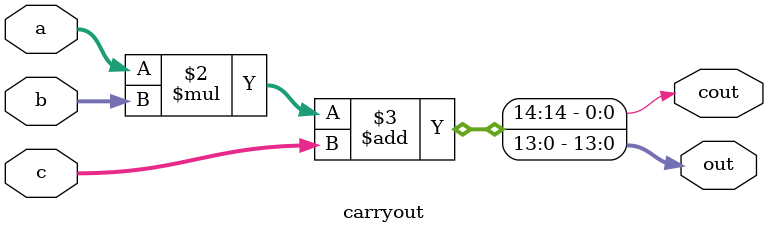
<source format=v>
/*
ISC License

Copyright (C) 2024 Microchip Technology Inc. and its subsidiaries

Permission to use, copy, modify, and/or distribute this software for any
purpose with or without fee is hereby granted, provided that the above
copyright notice and this permission notice appear in all copies.

THE SOFTWARE IS PROVIDED "AS IS" AND THE AUTHOR DISCLAIMS ALL WARRANTIES
WITH REGARD TO THIS SOFTWARE INCLUDING ALL IMPLIED WARRANTIES OF
MERCHANTABILITY AND FITNESS. IN NO EVENT SHALL THE AUTHOR BE LIABLE FOR
ANY SPECIAL, DIRECT, INDIRECT, OR CONSEQUENTIAL DAMAGES OR ANY DAMAGES
WHATSOEVER RESULTING FROM LOSS OF USE, DATA OR PROFITS, WHETHER IN AN
ACTION OF CONTRACT, NEGLIGENCE OR OTHER TORTIOUS ACTION, ARISING OUT OF
OR IN CONNECTION WITH THE USE OR PERFORMANCE OF THIS SOFTWARE.
*/

module carryout (cout,out,a, b,c);
parameter n = 6;
parameter k = 2;
output reg [k*(n+1)-1:0] out;
output reg cout;
input [n:0] a;
input [n:0] b;
input [n-1:0] c;

    always @(a,b,c) 
    begin
        {cout,out} = a * b + c;
        
    end

endmodule

</source>
